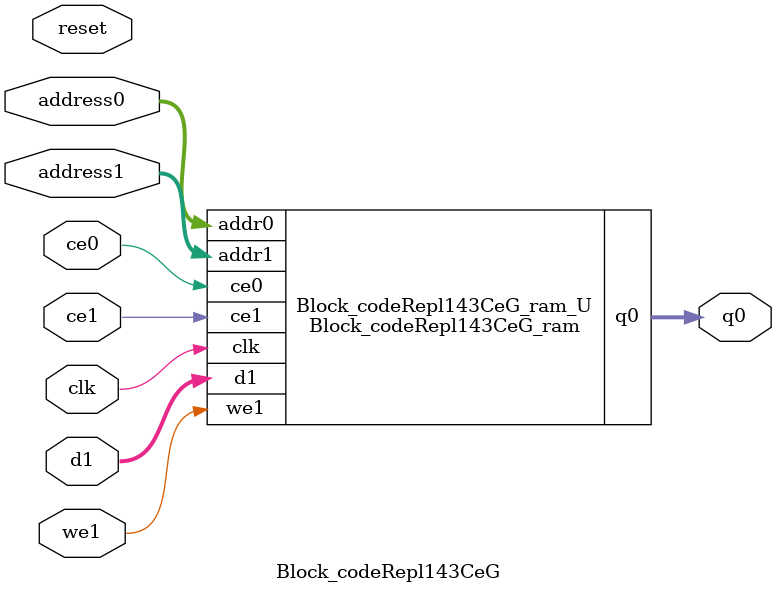
<source format=v>
`timescale 1 ns / 1 ps
module Block_codeRepl143CeG_ram (addr0, ce0, q0, addr1, ce1, d1, we1,  clk);

parameter DWIDTH = 4;
parameter AWIDTH = 5;
parameter MEM_SIZE = 32;

input[AWIDTH-1:0] addr0;
input ce0;
output reg[DWIDTH-1:0] q0;
input[AWIDTH-1:0] addr1;
input ce1;
input[DWIDTH-1:0] d1;
input we1;
input clk;

(* ram_style = "distributed" *)reg [DWIDTH-1:0] ram[0:MEM_SIZE-1];




always @(posedge clk)  
begin 
    if (ce0) begin
        q0 <= ram[addr0];
    end
end


always @(posedge clk)  
begin 
    if (ce1) begin
        if (we1) 
            ram[addr1] <= d1; 
    end
end


endmodule

`timescale 1 ns / 1 ps
module Block_codeRepl143CeG(
    reset,
    clk,
    address0,
    ce0,
    q0,
    address1,
    ce1,
    we1,
    d1);

parameter DataWidth = 32'd4;
parameter AddressRange = 32'd32;
parameter AddressWidth = 32'd5;
input reset;
input clk;
input[AddressWidth - 1:0] address0;
input ce0;
output[DataWidth - 1:0] q0;
input[AddressWidth - 1:0] address1;
input ce1;
input we1;
input[DataWidth - 1:0] d1;



Block_codeRepl143CeG_ram Block_codeRepl143CeG_ram_U(
    .clk( clk ),
    .addr0( address0 ),
    .ce0( ce0 ),
    .q0( q0 ),
    .addr1( address1 ),
    .ce1( ce1 ),
    .we1( we1 ),
    .d1( d1 ));

endmodule


</source>
